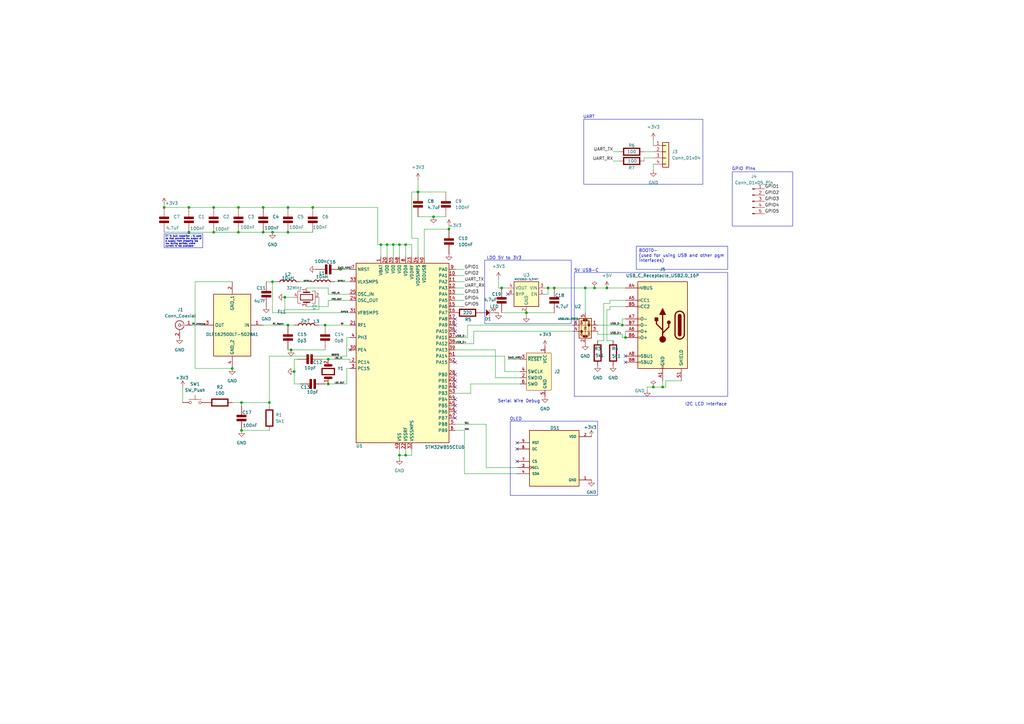
<source format=kicad_sch>
(kicad_sch (version 20231120) (generator "eeschema") (generator_version "8.0")
  (paper "A3")
  (title_block (title "STM32_WB_LCD_I2C") (date "2024-04-02") (rev "0.1") (company "JOHMS_NET"))
  (lib_symbols
    (symbol "AOM12864A0-1.54WW-ANO:AOM12864A0-1.54WW-ANO" (pin_names (offset 1.016))
      (property "Reference" "DS" (at -10.16 10.922 0))
      (property "Value" "AOM12864A0-1.54WW-ANO" (at -10.16 -15.24 0))
      (symbol "AOM12864A0-1.54WW-ANO_0_0"
        (pin power_in line (at 15.24 -10.16 180) (length 5.08) (name "GND") (number "1"))
        (pin power_in line (at 15.24 7.62 180) (length 5.08) (name "VDD") (number "2"))
        (pin input clock (at -15.24 -5.08 0) (length 5.08) (name "SCL") (number "3"))
        (pin bidirectional line (at -15.24 -7.62 0) (length 5.08) (name "SDA") (number "4"))
        (pin input line (at -15.24 5.08 0) (length 5.08) (name "RST") (number "5"))
        (pin input line (at -15.24 2.54 0) (length 5.08) (name "DC") (number "6"))
        (pin input line (at -15.24 -2.54 0) (length 5.08) (name "CS") (number "7"))
      )
    )
    (symbol "Connector:Conn_01x05_Pin" (pin_names (offset 1.016) hide)
      (property "Reference" "J" (at 0 7.62 0))
      (property "Value" "Conn_01x05_Pin" (at 0 -7.62 0))
      (symbol "Conn_01x05_Pin_1_1"
        (pin passive line (at 5.08 5.08 180) (length 3.81) (name "Pin_1") (number "1"))
        (pin passive line (at 5.08 2.54 180) (length 3.81) (name "Pin_2") (number "2"))
        (pin passive line (at 5.08 0 180) (length 3.81) (name "Pin_3") (number "3"))
        (pin passive line (at 5.08 -2.54 180) (length 3.81) (name "Pin_4") (number "4"))
        (pin passive line (at 5.08 -5.08 180) (length 3.81) (name "Pin_5") (number "5"))
      )
    )
    (symbol "Connector:Conn_ARM_SWD_TagConnect_TC2030" (in_bom no)
      (property "Reference" "J" (at 2.54 11.43 0))
      (property "Value" "Conn_ARM_SWD_TagConnect_TC2030" (at 5.08 8.89 0))
      (symbol "Conn_ARM_SWD_TagConnect_TC2030_0_0"
        (pin power_in line (at -2.54 10.16 270) (length 2.54) (name "VCC") (number "1"))
        (pin bidirectional line (at 7.62 -2.54 180) (length 2.54) (name "SWDIO") (number "2"))
        (pin open_collector line (at 7.62 5.08 180) (length 2.54) (name "~{RESET}") (number "3"))
        (pin output line (at 7.62 0 180) (length 2.54) (name "SWCLK") (number "4"))
        (pin power_in line (at -2.54 -10.16 90) (length 2.54) (name "GND") (number "5"))
        (pin input line (at 7.62 -5.08 180) (length 2.54) (name "SWO") (number "6"))
      )
    )
    (symbol "Connector:Conn_Coaxial" (pin_names (offset 1.016) hide)
      (property "Reference" "J" (at 0.254 3.048 0))
      (property "Value" "Conn_Coaxial" (at 2.921 0 90))
      (symbol "Conn_Coaxial_1_1"
        (pin passive line (at -5.08 0 0) (length 2.54) (name "In") (number "1"))
        (pin passive line (at 0 -5.08 90) (length 2.54) (name "Ext") (number "2"))
      )
    )
    (symbol "Connector:USB_C_Receptacle_USB2.0_16P" (pin_names (offset 1.016))
      (property "Reference" "J" (at 0 22.225 0))
      (property "Value" "USB_C_Receptacle_USB2.0_16P" (at 0 19.685 0))
      (symbol "USB_C_Receptacle_USB2.0_16P_1_1"
        (pin passive line (at 0 -22.86 90) (length 5.08) (name "GND") (number "A1"))
        (pin passive line (at 0 -22.86 90) (length 5.08) hide (name "GND") (number "A12"))
        (pin passive line (at 15.24 15.24 180) (length 5.08) (name "VBUS") (number "A4"))
        (pin bidirectional line (at 15.24 10.16 180) (length 5.08) (name "CC1") (number "A5"))
        (pin bidirectional line (at 15.24 -2.54 180) (length 5.08) (name "D+") (number "A6"))
        (pin bidirectional line (at 15.24 2.54 180) (length 5.08) (name "D-") (number "A7"))
        (pin bidirectional line (at 15.24 -12.7 180) (length 5.08) (name "SBU1") (number "A8"))
        (pin passive line (at 15.24 15.24 180) (length 5.08) hide (name "VBUS") (number "A9"))
        (pin passive line (at 0 -22.86 90) (length 5.08) hide (name "GND") (number "B1"))
        (pin passive line (at 0 -22.86 90) (length 5.08) hide (name "GND") (number "B12"))
        (pin passive line (at 15.24 15.24 180) (length 5.08) hide (name "VBUS") (number "B4"))
        (pin bidirectional line (at 15.24 7.62 180) (length 5.08) (name "CC2") (number "B5"))
        (pin bidirectional line (at 15.24 -5.08 180) (length 5.08) (name "D+") (number "B6"))
        (pin bidirectional line (at 15.24 0 180) (length 5.08) (name "D-") (number "B7"))
        (pin bidirectional line (at 15.24 -15.24 180) (length 5.08) (name "SBU2") (number "B8"))
        (pin passive line (at 15.24 15.24 180) (length 5.08) hide (name "VBUS") (number "B9"))
        (pin passive line (at -7.62 -22.86 90) (length 5.08) (name "SHIELD") (number "S1"))
      )
    )
    (symbol "DLF162500LT-5028A1:DLF162500LT-5028A1"
      (property "Reference" "FL" (at 21.59 17.78 0))
      (property "Value" "DLF162500LT-5028A1" (at 21.59 15.24 0))
      (symbol "DLF162500LT-5028A1_1_1"
        (pin passive line (at 0 0 0) (length 5.08) (name "IN") (number "1"))
        (pin passive line (at 12.7 -17.78 90) (length 5.08) (name "GND_1") (number "2"))
        (pin passive line (at 25.4 0 180) (length 5.08) (name "OUT") (number "3"))
        (pin passive line (at 12.7 17.78 270) (length 5.08) (name "GND_2") (number "4"))
      )
    )
    (symbol "Device:Crystal_GND24" (pin_names (offset 1.016) hide)
      (property "Reference" "Y" (at 3.175 5.08 0))
      (property "Value" "Crystal_GND24" (at 3.175 3.175 0))
      (symbol "Crystal_GND24_1_1"
        (pin passive line (at -3.81 0 0) (length 1.27) (name "1") (number "1"))
        (pin passive line (at 0 5.08 270) (length 1.27) (name "2") (number "2"))
        (pin passive line (at 3.81 0 180) (length 1.27) (name "3") (number "3"))
        (pin passive line (at 0 -5.08 90) (length 1.27) (name "4") (number "4"))
      )
    )
    (symbol "MCU_ST_STM32WB:STM32WB55CEUx"
      (property "Reference" "U" (at -17.78 39.37 0))
      (property "Value" "STM32WB55CEUx" (at 12.7 39.37 0))
      (symbol "STM32WB55CEUx_1_1"
        (pin power_in line (at -7.62 40.64 270) (length 2.54) (name "VBAT") (number "1"))
        (pin bidirectional line (at 22.86 33.02 180) (length 2.54) (name "PA1") (number "10"))
        (pin bidirectional line (at 22.86 30.48 180) (length 2.54) (name "PA2") (number "11"))
        (pin bidirectional line (at 22.86 27.94 180) (length 2.54) (name "PA3") (number "12"))
        (pin bidirectional line (at 22.86 25.4 180) (length 2.54) (name "PA4") (number "13"))
        (pin bidirectional line (at 22.86 22.86 180) (length 2.54) (name "PA5") (number "14"))
        (pin bidirectional line (at 22.86 20.32 180) (length 2.54) (name "PA6") (number "15"))
        (pin bidirectional line (at 22.86 17.78 180) (length 2.54) (name "PA7") (number "16"))
        (pin bidirectional line (at 22.86 15.24 180) (length 2.54) (name "PA8") (number "17"))
        (pin bidirectional line (at 22.86 12.7 180) (length 2.54) (name "PA9") (number "18"))
        (pin bidirectional line (at 22.86 -12.7 180) (length 2.54) (name "PB2") (number "19"))
        (pin bidirectional line (at -20.32 -2.54 0) (length 2.54) (name "PC14") (number "2"))
        (pin power_in line (at -5.08 40.64 270) (length 2.54) (name "VDD") (number "20"))
        (pin bidirectional line (at -20.32 12.7 0) (length 2.54) (name "RF1") (number "21"))
        (pin power_in line (at 2.54 -38.1 90) (length 2.54) (name "VSSRF") (number "22"))
        (pin power_in line (at 5.08 40.64 270) (length 2.54) (name "VDDRF") (number "23"))
        (pin input line (at -20.32 22.86 0) (length 2.54) (name "OSC_OUT") (number "24"))
        (pin input line (at -20.32 25.4 0) (length 2.54) (name "OSC_IN") (number "25"))
        (pin no_connect line (at -17.78 -35.56 0) (length 2.54) hide (name "AT0") (number "26"))
        (pin no_connect line (at -17.78 -33.02 0) (length 2.54) hide (name "AT1") (number "27"))
        (pin bidirectional line (at 22.86 -7.62 180) (length 2.54) (name "PB0") (number "28"))
        (pin bidirectional line (at 22.86 -10.16 180) (length 2.54) (name "PB1") (number "29"))
        (pin bidirectional line (at -20.32 -5.08 0) (length 2.54) (name "PC15") (number "3"))
        (pin bidirectional line (at -20.32 2.54 0) (length 2.54) (name "PE4") (number "30"))
        (pin input line (at -20.32 17.78 0) (length 2.54) (name "VFBSMPS") (number "31"))
        (pin power_in line (at 5.08 -38.1 90) (length 2.54) (name "VSSSMPS") (number "32"))
        (pin power_in line (at -20.32 30.48 0) (length 2.54) (name "VLXSMPS") (number "33"))
        (pin power_in line (at 7.62 40.64 270) (length 2.54) (name "VDDSMPS") (number "34"))
        (pin power_in line (at -2.54 40.64 270) (length 2.54) (name "VDD") (number "35"))
        (pin bidirectional line (at 22.86 10.16 180) (length 2.54) (name "PA10") (number "36"))
        (pin bidirectional line (at 22.86 7.62 180) (length 2.54) (name "PA11") (number "37"))
        (pin bidirectional line (at 22.86 5.08 180) (length 2.54) (name "PA12") (number "38"))
        (pin bidirectional line (at 22.86 2.54 180) (length 2.54) (name "PA13") (number "39"))
        (pin bidirectional line (at -20.32 7.62 0) (length 2.54) (name "PH3") (number "4"))
        (pin power_in line (at 10.16 40.64 270) (length 2.54) (name "VDDUSB") (number "40"))
        (pin bidirectional line (at 22.86 0 180) (length 2.54) (name "PA14") (number "41"))
        (pin bidirectional line (at 22.86 -2.54 180) (length 2.54) (name "PA15") (number "42"))
        (pin bidirectional line (at 22.86 -15.24 180) (length 2.54) (name "PB3") (number "43"))
        (pin bidirectional line (at 22.86 -17.78 180) (length 2.54) (name "PB4") (number "44"))
        (pin bidirectional line (at 22.86 -20.32 180) (length 2.54) (name "PB5") (number "45"))
        (pin bidirectional line (at 22.86 -22.86 180) (length 2.54) (name "PB6") (number "46"))
        (pin bidirectional line (at 22.86 -25.4 180) (length 2.54) (name "PB7") (number "47"))
        (pin power_in line (at 0 40.64 270) (length 2.54) (name "VDD") (number "48"))
        (pin power_in line (at 0 -38.1 90) (length 2.54) (name "VSS") (number "49"))
        (pin bidirectional line (at 22.86 -27.94 180) (length 2.54) (name "PB8") (number "5"))
        (pin bidirectional line (at 22.86 -30.48 180) (length 2.54) (name "PB9") (number "6"))
        (pin input line (at -20.32 35.56 0) (length 2.54) (name "NRST") (number "7"))
        (pin power_in line (at 2.54 40.64 270) (length 2.54) (name "VDDA") (number "8"))
        (pin bidirectional line (at 22.86 35.56 180) (length 2.54) (name "PA0") (number "9"))
      )
    )
    (symbol "PCM_4ms_Connector:Conn_01x04" (pin_names (offset 1.016) hide)
      (property "Reference" "J" (at 0 5.08 0))
      (property "Value" "Conn_01x04" (at 0 -7.62 0))
      (symbol "Conn_01x04_1_1"
        (pin passive line (at -5.08 2.54 0) (length 3.81) (name "Pin_1") (number "1"))
        (pin passive line (at -5.08 0 0) (length 3.81) (name "Pin_2") (number "2"))
        (pin passive line (at -5.08 -2.54 0) (length 3.81) (name "Pin_3") (number "3"))
        (pin passive line (at -5.08 -5.08 0) (length 3.81) (name "Pin_4") (number "4"))
      )
    )
    (symbol "PCM_4ms_Power-symbol:PWR_FLAG" (power) (pin_numbers hide) (pin_names (offset 0) hide)
      (property "Value" "PWR_FLAG" (at 0 3.81 0))
      (symbol "PWR_FLAG_0_0"
        (pin power_out line (at 0 0 90) (length 0) (name "pwr") (number "1"))
      )
    )
    (symbol "PCM_Elektuur:C" (pin_numbers hide) (pin_names (offset 0) hide)
      (property "Reference" "C" (at 0.635 3.175 0))
      (property "Value" "C" (at 0.635 -3.175 0))
      (symbol "C_1_1"
        (pin passive line (at 0 5.08 270) (length 3.8862) (name "+") (number "1"))
        (pin passive line (at 0 -5.08 90) (length 3.8862) (name "-") (number "2"))
      )
      (symbol "C_1_2"
        (pin passive line (at 0 5.08 270) (length 3.5814) (name "+") (number "1"))
        (pin passive line (at 0 -5.08 90) (length 3.5814) (name "-") (number "2"))
      )
    )
    (symbol "PCM_Elektuur:L" (pin_numbers hide) (pin_names (offset 0) hide)
      (property "Reference" "L" (at 2.54 3.175 0))
      (property "Value" "L" (at 2.54 -3.175 0))
      (symbol "L_1_0"
        (pin passive line (at 0 5.08 270) (length 1.5748) (name "+") (number "1"))
        (pin passive line (at 0 -5.08 90) (length 1.5748) (name "-") (number "2"))
      )
    )
    (symbol "PCM_Elektuur:R" (pin_numbers hide) (pin_names (offset 0) hide)
      (property "Reference" "R" (at 2.54 3.175 0))
      (property "Value" "R" (at 0 0 90))
      (symbol "R_1_1"
        (pin passive line (at 0 5.08 270) (length 1.651) (name "+") (number "1"))
        (pin passive line (at 0 -5.08 90) (length 1.651) (name "-") (number "2"))
      )
      (symbol "R_1_2"
        (pin passive line (at 0 5.08 270) (length 1.651) (name "+") (number "1"))
        (pin passive line (at 0 -5.08 90) (length 1.651) (name "-") (number "2"))
      )
      (symbol "R_1_3"
        (pin passive line (at 0 5.08 270) (length 1.6002) (name "+") (number "1"))
        (pin passive line (at 0 -5.08 90) (length 1.6002) (name "-") (number "2"))
      )
      (symbol "R_1_4"
        (pin passive line (at 0 5.08 270) (length 0.5334) (name "+") (number "1"))
        (pin passive line (at 0 -5.08 90) (length 0.5334) (name "-") (number "2"))
      )
    )
    (symbol "PCM_SL_Devices:Crystal_32.768kHz"
      (property "Reference" "Y" (at 0 7.62 0))
      (property "Value" "Crystal_32.768kHz" (at 0 5.08 0))
      (symbol "Crystal_32.768kHz_1_1"
        (pin passive line (at -5.08 0 0) (length 2.54) (name "") (number "1"))
        (pin passive line (at 5.08 0 180) (length 2.54) (name "") (number "2"))
      )
    )
    (symbol "PCM_SL_Devices:LED"
      (property "Reference" "D" (at -0.508 5.334 0))
      (property "Value" "LED" (at -0.508 2.794 0))
      (symbol "LED_1_1"
        (pin passive line (at 3.81 0 180) (length 1.5) (name "~") (number "1"))
        (pin passive line (at -3.81 0 0) (length 1.5) (name "") (number "2"))
      )
    )
    (symbol "Power_Protection:USBLC6-2SC6" (pin_names hide)
      (property "Reference" "U" (at 0.635 5.715 0))
      (property "Value" "USBLC6-2SC6" (at 0.635 3.81 0))
      (symbol "USBLC6-2SC6_1_1"
        (pin passive line (at -5.08 0 0) (length 2.54) (name "I/O1") (number "1"))
        (pin passive line (at 0 -7.62 90) (length 2.54) (name "GND") (number "2"))
        (pin passive line (at -5.08 -2.54 0) (length 2.54) (name "I/O2") (number "3"))
        (pin passive line (at 5.08 -2.54 180) (length 2.54) (name "I/O2") (number "4"))
        (pin passive line (at 0 5.08 270) (length 2.54) (name "VBUS") (number "5"))
        (pin passive line (at 5.08 0 180) (length 2.54) (name "I/O1") (number "6"))
      )
    )
    (symbol "Regulator_Linear:MIC5353-3.3YMT"
      (property "Reference" "U" (at -3.81 6.35 0))
      (property "Value" "MIC5353-3.3YMT" (at 8.89 6.35 0))
      (symbol "MIC5353-3.3YMT_0_1"
        (pin input line (at -7.62 0 0) (length 2.54) (name "EN") (number "1"))
        (pin power_in line (at 0 -7.62 90) (length 2.54) (name "GND") (number "2"))
        (pin power_in line (at -7.62 2.54 0) (length 2.54) (name "VIN") (number "3"))
        (pin power_out line (at 7.62 2.54 180) (length 2.54) (name "VOUT") (number "4"))
        (pin no_connect line (at 5.08 -2.54 180) (length 2.54) hide (name "NC") (number "5"))
        (pin passive line (at 7.62 0 180) (length 2.54) (name "BYP") (number "6"))
        (pin passive line (at 0 -7.62 90) (length 2.54) hide (name "GND") (number "7"))
      )
    )
    (symbol "Switch:SW_Push" (pin_numbers hide) (pin_names (offset 1.016) hide)
      (property "Reference" "SW" (at 1.27 2.54 0))
      (property "Value" "SW_Push" (at 0 -1.524 0))
      (symbol "SW_Push_0_1"
        (pin passive line (at -5.08 0 0) (length 2.54) (name "1") (number "1"))
        (pin passive line (at 5.08 0 180) (length 2.54) (name "2") (number "2"))
      )
    )
    (symbol "power:+3V3" (power) (pin_numbers hide) (pin_names (offset 0) hide)
      (property "Value" "+3V3" (at 0 3.556 0))
      (symbol "+3V3_1_1"
        (pin power_in line (at 0 0 90) (length 0) (name "~") (number "1"))
      )
    )
    (symbol "power:+5V" (power) (pin_numbers hide) (pin_names (offset 0) hide)
      (property "Value" "+5V" (at 0 3.556 0))
      (symbol "+5V_1_1"
        (pin power_in line (at 0 0 90) (length 0) (name "~") (number "1"))
      )
    )
    (symbol "power:GND" (power) (pin_numbers hide) (pin_names (offset 0) hide)
      (property "Value" "GND" (at 0 -3.81 0))
      (symbol "GND_1_1"
        (pin power_in line (at 0 0 270) (length 0) (name "~") (number "1"))
      )
    )
  )
  (junction (at 163.83 100.33))
  (junction (at 184.15 93.98))
  (junction (at 227.33 118.11))
  (junction (at 161.29 100.33))
  (junction (at 267.97 158.75))
  (junction (at 128.27 85.09))
  (junction (at 271.78 158.75))
  (junction (at 205.74 118.11))
  (junction (at 134.62 157.48))
  (junction (at 95.25 151.13))
  (junction (at 67.31 85.09))
  (junction (at 77.47 85.09))
  (junction (at 87.63 85.09))
  (junction (at 107.95 85.09))
  (junction (at 99.06 165.1))
  (junction (at 163.83 186.69))
  (junction (at 110.49 165.1))
  (junction (at 77.47 95.25))
  (junction (at 248.92 118.11))
  (junction (at 177.8 88.9))
  (junction (at 171.45 78.74))
  (junction (at 156.21 100.33))
  (junction (at 99.06 176.53))
  (junction (at 166.37 186.69))
  (junction (at 139.7 110.49))
  (junction (at 240.03 118.11))
  (junction (at 118.11 133.35))
  (junction (at 158.75 100.33))
  (junction (at 255.27 133.35))
  (junction (at 118.11 95.25))
  (junction (at 111.76 95.25))
  (junction (at 243.84 118.11))
  (junction (at 116.84 121.92))
  (junction (at 97.79 95.25))
  (junction (at 215.9 128.27))
  (junction (at 120.65 152.4))
  (junction (at 224.79 118.11))
  (junction (at 256.54 138.43))
  (junction (at 107.95 95.25))
  (junction (at 134.62 147.32))
  (junction (at 133.35 133.35))
  (junction (at 119.38 143.51))
  (junction (at 118.11 85.09))
  (junction (at 87.63 95.25))
  (junction (at 166.37 100.33))
  (junction (at 97.79 85.09))
  (junction (at 111.76 115.57))
  (no_connect (at 186.69 158.75))
  (no_connect (at 212.09 184.15))
  (no_connect (at 186.69 166.37))
  (no_connect (at 256.54 148.59))
  (no_connect (at 186.69 153.67))
  (no_connect (at 186.69 163.83))
  (no_connect (at 186.69 156.21))
  (no_connect (at 186.69 135.89))
  (no_connect (at 186.69 148.59))
  (no_connect (at 212.09 189.23))
  (no_connect (at 186.69 130.81))
  (no_connect (at 212.09 181.61))
  (no_connect (at 186.69 171.45))
  (no_connect (at 256.54 146.05))
  (no_connect (at 143.51 143.51))
  (no_connect (at 208.28 120.65))
  (no_connect (at 186.69 168.91))
  (no_connect (at 186.69 133.35))
  (wire (pts (xy 250.19 124.46) (xy 247.65 124.46)))
  (wire (pts (xy 224.79 120.65) (xy 224.79 118.11)))
  (wire (pts (xy 166.37 186.69) (xy 163.83 186.69)))
  (wire (pts (xy 118.11 95.25) (xy 128.27 95.25)))
  (wire (pts (xy 163.83 186.69) (xy 163.83 187.96)))
  (wire (pts (xy 161.29 100.33) (xy 158.75 100.33)))
  (wire (pts (xy 186.69 138.43) (xy 191.77 138.43)))
  (wire (pts (xy 273.05 156.21) (xy 273.05 158.75)))
  (wire (pts (xy 163.83 184.15) (xy 163.83 186.69)))
  (wire (pts (xy 161.29 100.33) (xy 161.29 105.41)))
  (wire (pts (xy 255.27 130.81) (xy 255.27 133.35)))
  (wire (pts (xy 186.69 146.05) (xy 207.01 146.05)))
  (wire (pts (xy 77.47 85.09) (xy 87.63 85.09)))
  (wire (pts (xy 158.75 100.33) (xy 156.21 100.33)))
  (wire (pts (xy 186.69 123.19) (xy 190.5 123.19)))
  (wire (pts (xy 134.62 147.32) (xy 143.51 147.32)))
  (wire (pts (xy 168.91 97.79) (xy 168.91 78.74)))
  (wire (pts (xy 177.8 88.9) (xy 182.88 88.9)))
  (wire (pts (xy 171.45 73.66) (xy 171.45 78.74)))
  (wire (pts (xy 154.94 85.09) (xy 128.27 85.09)))
  (wire (pts (xy 264.16 62.23) (xy 267.97 62.23)))
  (wire (pts (xy 134.62 125.73) (xy 125.73 125.73)))
  (wire (pts (xy 205.74 128.27) (xy 215.9 128.27)))
  (wire (pts (xy 240.03 118.11) (xy 243.84 118.11)))
  (wire (pts (xy 95.25 165.1) (xy 99.06 165.1)))
  (wire (pts (xy 78.74 133.35) (xy 82.55 133.35)))
  (wire (pts (xy 251.46 66.04) (xy 254 66.04)))
  (wire (pts (xy 118.11 133.35) (xy 120.65 133.35)))
  (wire (pts (xy 116.84 121.92) (xy 120.65 121.92)))
  (wire (pts (xy 191.77 138.43) (xy 191.77 133.35)))
  (wire (pts (xy 123.19 115.57) (xy 127 115.57)))
  (wire (pts (xy 245.11 139.7) (xy 247.65 139.7)))
  (wire (pts (xy 143.51 147.32) (xy 143.51 148.59)))
  (wire (pts (xy 223.52 118.11) (xy 224.79 118.11)))
  (wire (pts (xy 130.81 127) (xy 116.84 127)))
  (wire (pts (xy 194.31 135.89) (xy 194.31 140.97)))
  (wire (pts (xy 265.43 158.75) (xy 265.43 160.02)))
  (wire (pts (xy 186.69 125.73) (xy 190.5 125.73)))
  (wire (pts (xy 207.01 146.05) (xy 207.01 152.4)))
  (wire (pts (xy 163.83 100.33) (xy 163.83 105.41)))
  (wire (pts (xy 240.03 118.11) (xy 240.03 128.27)))
  (wire (pts (xy 130.81 121.92) (xy 130.81 127)))
  (wire (pts (xy 139.7 110.49) (xy 143.51 110.49)))
  (wire (pts (xy 168.91 100.33) (xy 166.37 100.33)))
  (wire (pts (xy 67.31 83.82) (xy 67.31 85.09)))
  (wire (pts (xy 264.16 64.77) (xy 267.97 64.77)))
  (wire (pts (xy 256.54 125.73) (xy 250.19 125.73)))
  (wire (pts (xy 99.06 165.1) (xy 99.06 166.37)))
  (wire (pts (xy 256.54 130.81) (xy 255.27 130.81)))
  (wire (pts (xy 250.19 123.19) (xy 250.19 124.46)))
  (wire (pts (xy 224.79 118.11) (xy 227.33 118.11)))
  (wire (pts (xy 107.95 85.09) (xy 118.11 85.09)))
  (wire (pts (xy 111.76 115.57) (xy 113.03 115.57)))
  (wire (pts (xy 251.46 139.7) (xy 248.92 139.7)))
  (wire (pts (xy 190.5 194.31) (xy 190.5 176.53)))
  (wire (pts (xy 168.91 186.69) (xy 166.37 186.69)))
  (wire (pts (xy 154.94 100.33) (xy 156.21 100.33)))
  (wire (pts (xy 171.45 105.41) (xy 171.45 97.79)))
  (wire (pts (xy 95.25 115.57) (xy 80.01 115.57)))
  (wire (pts (xy 245.11 135.89) (xy 245.11 137.16)))
  (wire (pts (xy 256.54 123.19) (xy 250.19 123.19)))
  (wire (pts (xy 213.36 157.48) (xy 193.04 157.48)))
  (wire (pts (xy 158.75 100.33) (xy 158.75 105.41)))
  (wire (pts (xy 264.16 64.77) (xy 264.16 66.04)))
  (wire (pts (xy 215.9 128.27) (xy 227.33 128.27)))
  (wire (pts (xy 186.69 143.51) (xy 203.2 143.51)))
  (wire (pts (xy 87.63 85.09) (xy 97.79 85.09)))
  (wire (pts (xy 121.92 147.32) (xy 120.65 147.32)))
  (wire (pts (xy 107.95 95.25) (xy 111.76 95.25)))
  (wire (pts (xy 243.84 118.11) (xy 248.92 118.11)))
  (wire (pts (xy 215.9 129.54) (xy 215.9 128.27)))
  (wire (pts (xy 110.49 165.1) (xy 99.06 165.1)))
  (wire (pts (xy 245.11 133.35) (xy 255.27 133.35)))
  (wire (pts (xy 138.43 110.49) (xy 139.7 110.49)))
  (wire (pts (xy 137.16 115.57) (xy 143.51 115.57)))
  (wire (pts (xy 110.49 146.05) (xy 110.49 165.1)))
  (wire (pts (xy 203.2 154.94) (xy 203.2 143.51)))
  (wire (pts (xy 77.47 95.25) (xy 87.63 95.25)))
  (wire (pts (xy 74.93 158.75) (xy 74.93 165.1)))
  (wire (pts (xy 142.24 151.13) (xy 142.24 157.48)))
  (wire (pts (xy 204.47 114.3) (xy 204.47 118.11)))
  (wire (pts (xy 120.65 147.32) (xy 120.65 152.4)))
  (wire (pts (xy 163.83 100.33) (xy 161.29 100.33)))
  (wire (pts (xy 171.45 97.79) (xy 168.91 97.79)))
  (wire (pts (xy 134.62 118.11) (xy 125.73 118.11)))
  (wire (pts (xy 205.74 118.11) (xy 208.28 118.11)))
  (wire (pts (xy 213.36 154.94) (xy 203.2 154.94)))
  (wire (pts (xy 142.24 138.43) (xy 143.51 138.43)))
  (wire (pts (xy 166.37 100.33) (xy 166.37 105.41)))
  (wire (pts (xy 134.62 147.32) (xy 132.08 147.32)))
  (wire (pts (xy 267.97 57.15) (xy 267.97 59.69)))
  (wire (pts (xy 227.33 118.11) (xy 240.03 118.11)))
  (wire (pts (xy 248.92 118.11) (xy 256.54 118.11)))
  (wire (pts (xy 248.92 127) (xy 250.19 127)))
  (wire (pts (xy 207.01 152.4) (xy 213.36 152.4)))
  (wire (pts (xy 134.62 123.19) (xy 134.62 125.73)))
  (wire (pts (xy 80.01 115.57) (xy 80.01 151.13)))
  (wire (pts (xy 168.91 105.41) (xy 168.91 100.33)))
  (wire (pts (xy 120.65 157.48) (xy 123.19 157.48)))
  (wire (pts (xy 166.37 100.33) (xy 163.83 100.33)))
  (wire (pts (xy 248.92 139.7) (xy 248.92 127)))
  (wire (pts (xy 186.69 140.97) (xy 194.31 140.97)))
  (wire (pts (xy 184.15 92.71) (xy 184.15 93.98)))
  (wire (pts (xy 223.52 120.65) (xy 224.79 120.65)))
  (wire (pts (xy 143.51 120.65) (xy 134.62 120.65)))
  (wire (pts (xy 171.45 88.9) (xy 177.8 88.9)))
  (wire (pts (xy 186.69 161.29) (xy 193.04 161.29)))
  (wire (pts (xy 171.45 78.74) (xy 182.88 78.74)))
  (wire (pts (xy 186.69 118.11) (xy 190.5 118.11)))
  (wire (pts (xy 168.91 184.15) (xy 168.91 186.69)))
  (wire (pts (xy 271.78 158.75) (xy 267.97 158.75)))
  (wire (pts (xy 267.97 158.75) (xy 265.43 158.75)))
  (wire (pts (xy 109.22 115.57) (xy 111.76 115.57)))
  (wire (pts (xy 154.94 85.09) (xy 154.94 100.33)))
  (wire (pts (xy 116.84 127) (xy 116.84 121.92)))
  (wire (pts (xy 97.79 85.09) (xy 107.95 85.09)))
  (wire (pts (xy 204.47 118.11) (xy 205.74 118.11)))
  (wire (pts (xy 143.51 123.19) (xy 134.62 123.19)))
  (wire (pts (xy 133.35 133.35) (xy 143.51 133.35)))
  (wire (pts (xy 186.69 173.99) (xy 199.39 173.99)))
  (wire (pts (xy 118.11 143.51) (xy 119.38 143.51)))
  (wire (pts (xy 168.91 78.74) (xy 171.45 78.74)))
  (wire (pts (xy 99.06 176.53) (xy 110.49 176.53)))
  (wire (pts (xy 111.76 128.27) (xy 111.76 115.57)))
  (wire (pts (xy 186.69 113.03) (xy 190.5 113.03)))
  (wire (pts (xy 186.69 115.57) (xy 190.5 115.57)))
  (wire (pts (xy 251.46 62.23) (xy 254 62.23)))
  (wire (pts (xy 67.31 85.09) (xy 77.47 85.09)))
  (wire (pts (xy 271.78 156.21) (xy 271.78 158.75)))
  (wire (pts (xy 256.54 135.89) (xy 256.54 138.43)))
  (wire (pts (xy 166.37 184.15) (xy 166.37 186.69)))
  (wire (pts (xy 250.19 125.73) (xy 250.19 127)))
  (wire (pts (xy 208.28 147.32) (xy 213.36 147.32)))
  (wire (pts (xy 255.27 137.16) (xy 255.27 138.43)))
  (wire (pts (xy 199.39 191.77) (xy 199.39 173.99)))
  (wire (pts (xy 111.76 95.25) (xy 118.11 95.25)))
  (wire (pts (xy 255.27 138.43) (xy 256.54 138.43)))
  (wire (pts (xy 130.81 133.35) (xy 133.35 133.35)))
  (wire (pts (xy 110.49 146.05) (xy 142.24 146.05)))
  (wire (pts (xy 142.24 157.48) (xy 134.62 157.48)))
  (wire (pts (xy 110.49 165.1) (xy 110.49 166.37)))
  (wire (pts (xy 67.31 95.25) (xy 77.47 95.25)))
  (wire (pts (xy 279.4 156.21) (xy 273.05 156.21)))
  (wire (pts (xy 173.99 93.98) (xy 173.99 105.41)))
  (wire (pts (xy 234.95 135.89) (xy 194.31 135.89)))
  (wire (pts (xy 186.69 176.53) (xy 190.5 176.53)))
  (wire (pts (xy 142.24 151.13) (xy 143.51 151.13)))
  (wire (pts (xy 186.69 110.49) (xy 190.5 110.49)))
  (wire (pts (xy 212.09 191.77) (xy 199.39 191.77)))
  (wire (pts (xy 212.09 194.31) (xy 190.5 194.31)))
  (wire (pts (xy 107.95 133.35) (xy 118.11 133.35)))
  (wire (pts (xy 143.51 128.27) (xy 111.76 128.27)))
  (wire (pts (xy 173.99 93.98) (xy 184.15 93.98)))
  (wire (pts (xy 191.77 133.35) (xy 234.95 133.35)))
  (wire (pts (xy 186.69 120.65) (xy 190.5 120.65)))
  (wire (pts (xy 80.01 151.13) (xy 95.25 151.13)))
  (wire (pts (xy 134.62 120.65) (xy 134.62 118.11)))
  (wire (pts (xy 273.05 158.75) (xy 271.78 158.75)))
  (wire (pts (xy 193.04 157.48) (xy 193.04 161.29)))
  (wire (pts (xy 97.79 95.25) (xy 107.95 95.25)))
  (wire (pts (xy 267.97 67.31) (xy 267.97 69.85)))
  (wire (pts (xy 118.11 85.09) (xy 128.27 85.09)))
  (wire (pts (xy 120.65 152.4) (xy 120.65 157.48)))
  (wire (pts (xy 87.63 95.25) (xy 97.79 95.25)))
  (wire (pts (xy 256.54 133.35) (xy 255.27 133.35)))
  (wire (pts (xy 142.24 138.43) (xy 142.24 146.05)))
  (wire (pts (xy 245.11 137.16) (xy 255.27 137.16)))
  (wire (pts (xy 247.65 139.7) (xy 247.65 124.46)))
  (wire (pts (xy 119.38 143.51) (xy 133.35 143.51)))
  (wire (pts (xy 134.62 157.48) (xy 133.35 157.48)))
  (wire (pts (xy 156.21 100.33) (xy 156.21 105.41)))
  (rectangle (start 209.296 172.72) (end 245.11 203.2))
  (rectangle (start 300.355 70.485) (end 325.12 92.71))
  (rectangle (start 239.395 48.895) (end 288.29 75.565))
  (rectangle (start 235.585 111.76) (end 298.45 162.56))
  (rectangle (start 198.755 106.68) (end 234.315 132.715))
  (text_box "C7 is bulk capacitor . is used so that prevents the output of a supply from dropping too low during periods where current is not available" (at 67.31 95.885 0) (size 15.875 5.715) (effects (font (size 0.635 0.635)) (justify left top)))
  (text_box "BOOT0-\n(used for using USB and other pgm interfaces)" (at 260.985 100.965 0) (size 37.465 9.525) (effects (font (size 1.27 1.27)) (justify left top)))
  (text "LDO 5V to 3V3\n" (at 206.756 105.918 0) (effects (font (size 1.27 1.27))))
  (text "5V USB-C\n" (at 240.538 110.998 0) (effects (font (size 1.27 1.27))))
  (text "OLED\n" (at 211.582 171.958 0) (effects (font (size 1.27 1.27))))
  (text "I2C LCD Interface\n" (at 289.56 165.862 0) (effects (font (size 1.27 1.27))))
  (text "GPIO Pins\n" (at 305.054 69.342 0) (effects (font (size 1.27 1.27))))
  (text "Serial Wire Debug\n" (at 212.852 164.592 0) (effects (font (size 1.27 1.27))))
  (text "UART\n" (at 241.554 48.006 0) (effects (font (size 1.27 1.27))))
  (label "HSE_OUT" (at 135.89 123.19 0) (effects (font (size 0.635 0.635))))
  (label "GPIO5" (at 190.5 125.73 0))
  (label "SCL" (at 190.5 173.99 0) (effects (font (size 0.635 0.635))))
  (label "GPIO2" (at 190.5 113.03 0))
  (label "SDA" (at 190.5 176.53 0) (effects (font (size 0.635 0.635))))
  (label "UART_TX" (at 190.5 115.57 0))
  (label "LSE_IN" (at 137.16 147.32 0) (effects (font (size 0.635 0.635))))
  (label "UART_RX" (at 190.5 118.11 0))
  (label "USB_D-" (at 186.69 138.43 0) (effects (font (size 0.762 0.762))))
  (label "GPIO4" (at 190.5 123.19 0))
  (label "SMPSLXL" (at 124.46 115.57 0) (effects (font (size 0.508 0.508))))
  (label "SMPSLX" (at 138.43 115.57 0) (effects (font (size 0.508 0.508))))
  (label "GPIO2" (at 313.69 80.01 0))
  (label "USB_D-" (at 250.19 133.35 0) (effects (font (size 0.762 0.762))))
  (label "SWD_NRST" (at 138.43 110.49 0) (effects (font (size 0.762 0.762))))
  (label "BOOT0" (at 135.89 146.05 0) (effects (font (size 0.635 0.635))))
  (label "RF_Match" (at 111.76 133.35 0) (effects (font (size 0.635 0.635))))
  (label "GPIO3" (at 313.69 82.55 0))
  (label "GPIO1" (at 313.69 77.47 0))
  (label "USB_D+" (at 250.19 137.16 0) (effects (font (size 0.762 0.762))))
  (label "HSE_IN" (at 135.89 120.65 0) (effects (font (size 0.635 0.635))))
  (label "GPIO3" (at 190.5 120.65 0))
  (label "RF_Antenna" (at 78.74 133.35 0) (effects (font (size 0.635 0.635))))
  (label "SWD_NRST" (at 208.28 147.32 0) (effects (font (size 0.762 0.762))))
  (label "UART_RX" (at 251.46 66.04 180))
  (label "RF" (at 139.7 133.35 0) (effects (font (size 0.635 0.635))))
  (label "USB_D+" (at 186.69 140.97 0) (effects (font (size 0.762 0.762))))
  (label "LSE_OUT" (at 137.16 157.48 0) (effects (font (size 0.635 0.635))))
  (label "GPIO5" (at 313.69 87.63 0))
  (label "GPIO1" (at 190.5 110.49 0))
  (label "SMPSFB" (at 139.7 128.27 0) (effects (font (size 0.508 0.508))))
  (label "UART_TX" (at 251.46 62.23 180))
  (label "GPIO4" (at 313.69 85.09 0))
  (symbol (lib_id "PCM_Elektuur:C") (at 97.79 90.17 0) (unit 1)
    (property "Reference" "C3" (at 101.6 88.8999 0) (effects (justify left)))
    (property "Value" "100nF" (at 98.552 93.218 0) (effects (justify left)))
    (property "Footprint" "Capacitor_SMD:C_0402_1005Metric" (effects (hide yes)))
    (property "Description" "capacitor, non-polarized/bipolar" (effects (hide yes)))
    (property "Indicator" "+" (effects (hide yes)))
    (property "Rating" "V" (effects (hide yes)))
  )
  (symbol (lib_id "PCM_Elektuur:R") (at 90.17 165.1 90) (unit 1)
    (property "Reference" "R2" (at 90.17 158.75 90))
    (property "Value" "100" (at 90.17 161.29 90))
    (property "Footprint" "Resistor_SMD:R_0402_1005Metric" (effects (hide yes)))
    (property "Description" "resistor" (effects (hide yes)))
    (property "Indicator" "+" (effects (hide yes)))
    (property "Rating" "W" (effects (hide yes)))
  )
  (symbol (lib_id "power:GND") (at 95.25 151.13 0) (unit 1)
    (property "Reference" "#PWR012" (effects (hide yes)))
    (property "Value" "GND" (at 95.25 156.21 0))
    (property "Description" "Power symbol creates a global label with name \"GND\" , ground" (effects (hide yes)))
  )
  (symbol (lib_id "PCM_Elektuur:C") (at 118.11 90.17 0) (unit 1)
    (property "Reference" "C5" (at 121.92 88.8999 0) (effects (justify left)))
    (property "Value" "100nF" (at 118.618 93.218 0) (effects (justify left)))
    (property "Footprint" "Capacitor_SMD:C_0402_1005Metric" (effects (hide yes)))
    (property "Description" "capacitor, non-polarized/bipolar" (effects (hide yes)))
    (property "Indicator" "+" (effects (hide yes)))
    (property "Rating" "V" (effects (hide yes)))
  )
  (symbol (lib_id "PCM_Elektuur:R") (at 110.49 171.45 0) (unit 1)
    (property "Reference" "R1" (at 113.03 170.1799 0) (effects (justify left)))
    (property "Value" "5k1" (at 113.03 172.7199 0) (effects (justify left)))
    (property "Footprint" "Resistor_SMD:R_0402_1005Metric" (effects (hide yes)))
    (property "Description" "resistor" (effects (hide yes)))
    (property "Indicator" "+" (effects (hide yes)))
    (property "Rating" "W" (effects (hide yes)))
  )
  (symbol (lib_id "power:GND") (at 215.9 129.54 0) (unit 1)
    (property "Reference" "#PWR024" (effects (hide yes)))
    (property "Value" "GND" (effects (hide yes)))
    (property "Description" "Power symbol creates a global label with name \"GND\" , ground" (effects (hide yes)))
  )
  (symbol (lib_id "power:GND") (at 120.65 152.4 270) (unit 1)
    (property "Reference" "#PWR09" (effects (hide yes)))
    (property "Value" "GND" (effects (hide yes)))
    (property "Description" "Power symbol creates a global label with name \"GND\" , ground" (effects (hide yes)))
  )
  (symbol (lib_id "power:GND") (at 245.11 149.86 0) (unit 1)
    (property "Reference" "#PWR020" (effects (hide yes)))
    (property "Value" "GND" (at 245.11 154.94 0))
    (property "Description" "Power symbol creates a global label with name \"GND\" , ground" (effects (hide yes)))
  )
  (symbol (lib_id "PCM_Elektuur:C") (at 171.45 83.82 0) (unit 1)
    (property "Reference" "C8" (at 175.26 82.5499 0) (effects (justify left)))
    (property "Value" "4.7uF" (at 175.26 85.0899 0) (effects (justify left)))
    (property "Footprint" "Capacitor_SMD:C_0603_1608Metric" (effects (hide yes)))
    (property "Description" "capacitor, non-polarized/bipolar" (effects (hide yes)))
    (property "Indicator" "+" (effects (hide yes)))
    (property "Rating" "V" (effects (hide yes)))
  )
  (symbol (lib_id "PCM_Elektuur:C") (at 77.47 90.17 0) (unit 1)
    (property "Reference" "C1" (at 81.28 88.8999 0) (effects (justify left)))
    (property "Value" "100nF" (at 77.978 93.726 0) (effects (justify left)))
    (property "Footprint" "Capacitor_SMD:C_0402_1005Metric" (effects (hide yes)))
    (property "Description" "capacitor, non-polarized/bipolar" (effects (hide yes)))
    (property "Indicator" "+" (effects (hide yes)))
    (property "Rating" "V" (effects (hide yes)))
  )
  (symbol (lib_id "power:GND") (at 204.47 128.27 0) (unit 1)
    (property "Reference" "#PWR026" (effects (hide yes)))
    (property "Value" "GND" (effects (hide yes)))
    (property "Description" "Power symbol creates a global label with name \"GND\" , ground" (effects (hide yes)))
  )
  (symbol (lib_id "power:GND") (at 116.84 121.92 270) (unit 1)
    (property "Reference" "#PWR010" (effects (hide yes)))
    (property "Value" "GND" (effects (hide yes)))
    (property "Description" "Power symbol creates a global label with name \"GND\" , ground" (effects (hide yes)))
  )
  (symbol (lib_id "PCM_Elektuur:L") (at 118.11 115.57 90) (unit 1)
    (property "Reference" "L2" (at 118.11 112.522 90))
    (property "Value" "10uH" (at 118.11 114.046 90))
    (property "Footprint" "Inductor_SMD:L_0805_2012Metric" (effects (hide yes)))
    (property "Description" "coil/winding/inductor/choke/reactor" (effects (hide yes)))
    (property "Indicator" "●" (effects (hide yes)))
    (property "Rating" "A" (effects (hide yes)))
  )
  (symbol (lib_id "power:GND") (at 109.22 125.73 0) (unit 1)
    (property "Reference" "#PWR08" (effects (hide yes)))
    (property "Value" "GND" (at 109.22 130.81 0))
    (property "Description" "Power symbol creates a global label with name \"GND\" , ground" (effects (hide yes)))
  )
  (symbol (lib_id "power:+3V3") (at 184.15 92.71 0) (unit 1)
    (property "Reference" "#PWR07" (effects (hide yes)))
    (property "Value" "+3V3" (at 186.69 92.456 0))
    (property "Description" "Power symbol creates a global label with name \"+3V3\"" (effects (hide yes)))
  )
  (symbol (lib_id "power:GND") (at 129.54 110.49 270) (unit 1)
    (property "Reference" "#PWR016" (effects (hide yes)))
    (property "Value" "GND" (effects (hide yes)))
    (property "Description" "Power symbol creates a global label with name \"GND\" , ground" (effects (hide yes)))
  )
  (symbol (lib_id "PCM_SL_Devices:Crystal_32.768kHz") (at 134.62 152.4 90) (unit 1)
    (property "Reference" "Y1" (at 138.43 151.1299 90) (effects (justify right)))
    (property "Value" "32.768kHz" (effects (hide yes)))
    (property "Footprint" "Crystal:Crystal_SMD_2016-4Pin_2.0x1.6mm" (effects (hide yes)))
    (property "Description" "32.768kHz Crystal" (effects (hide yes)))
  )
  (symbol (lib_id "power:GND") (at 265.43 160.02 0) (unit 1)
    (property "Reference" "#PWR022" (effects (hide yes)))
    (property "Value" "GND" (at 262.382 160.274 0))
    (property "Description" "Power symbol creates a global label with name \"GND\" , ground" (effects (hide yes)))
  )
  (symbol (lib_id "power:GND") (at 73.66 138.43 0) (unit 1)
    (property "Reference" "#PWR015" (effects (hide yes)))
    (property "Value" "GND" (at 73.66 143.51 0))
    (property "Description" "Power symbol creates a global label with name \"GND\" , ground" (effects (hide yes)))
  )
  (symbol (lib_id "PCM_Elektuur:C") (at 128.27 157.48 90) (unit 1)
    (property "Reference" "C13" (at 125.222 158.75 90))
    (property "Value" "10pF" (at 128.27 160.782 90))
    (property "Footprint" "Capacitor_SMD:C_0402_1005Metric" (effects (hide yes)))
    (property "Description" "capacitor, non-polarized/bipolar" (effects (hide yes)))
    (property "Indicator" "+" (effects (hide yes)))
    (property "Rating" "V" (effects (hide yes)))
  )
  (symbol (lib_id "power:GND") (at 177.8 88.9 0) (unit 1)
    (property "Reference" "#PWR03" (effects (hide yes)))
    (property "Value" "GND" (effects (hide yes)))
    (property "Description" "Power symbol creates a global label with name \"GND\" , ground" (effects (hide yes)))
  )
  (symbol (lib_id "power:+3V3") (at 223.52 142.24 0) (unit 1)
    (property "Reference" "#PWR014" (effects (hide yes)))
    (property "Value" "+3V3" (at 223.52 137.16 0))
    (property "Description" "Power symbol creates a global label with name \"+3V3\"" (effects (hide yes)))
  )
  (symbol (lib_id "PCM_Elektuur:R") (at 245.11 144.78 0) (unit 1)
    (property "Reference" "R3" (at 243.84 143.002 0) (effects (justify left)))
    (property "Value" "5k1" (at 244.094 145.796 0) (effects (justify left)))
    (property "Footprint" "Resistor_SMD:R_0402_1005Metric" (effects (hide yes)))
    (property "Description" "resistor" (effects (hide yes)))
    (property "Indicator" "+" (effects (hide yes)))
    (property "Rating" "W" (effects (hide yes)))
  )
  (symbol (lib_id "power:+3V3") (at 267.97 57.15 0) (unit 1)
    (property "Reference" "#PWR030" (effects (hide yes)))
    (property "Value" "+3V3" (at 267.97 52.07 0))
    (property "Description" "Power symbol creates a global label with name \"+3V3\"" (effects (hide yes)))
  )
  (symbol (lib_id "PCM_Elektuur:C") (at 67.31 90.17 0) (unit 1)
    (property "Reference" "C7" (at 71.12 88.8999 0) (effects (justify left)))
    (property "Value" "4.7uF" (at 68.072 93.472 0) (effects (justify left)))
    (property "Footprint" "Capacitor_SMD:C_0603_1608Metric" (effects (hide yes)))
    (property "Description" "capacitor, non-polarized/bipolar" (effects (hide yes)))
    (property "Indicator" "+" (effects (hide yes)))
    (property "Rating" "V" (effects (hide yes)))
  )
  (symbol (lib_id "power:GND") (at 111.76 95.25 0) (unit 1)
    (property "Reference" "#PWR01" (effects (hide yes)))
    (property "Value" "GND" (at 111.76 100.33 0))
    (property "Description" "Power symbol creates a global label with name \"GND\" , ground" (effects (hide yes)))
  )
  (symbol (lib_id "PCM_Elektuur:C") (at 205.74 123.19 0) (unit 1)
    (property "Reference" "C19" (at 201.676 120.65 0) (effects (justify left)))
    (property "Value" "4.7uF" (at 198.374 122.936 0) (effects (justify left)))
    (property "Footprint" "Capacitor_SMD:C_0603_1608Metric" (effects (hide yes)))
    (property "Description" "capacitor, non-polarized/bipolar" (effects (hide yes)))
    (property "Indicator" "+" (effects (hide yes)))
    (property "Rating" "V" (effects (hide yes)))
  )
  (symbol (lib_id "PCM_4ms_Power-symbol:PWR_FLAG") (at 267.97 158.75 0) (unit 1)
    (property "Reference" "#FLG02" (effects (hide yes)))
    (property "Value" "PWR_FLAG" (effects (hide yes)))
  )
  (symbol (lib_id "PCM_Elektuur:C") (at 128.27 90.17 0) (unit 1)
    (property "Reference" "C6" (at 132.08 88.8999 0) (effects (justify left)))
    (property "Value" "100nF" (at 128.27 93.218 0) (effects (justify left)))
    (property "Footprint" "Capacitor_SMD:C_0402_1005Metric" (effects (hide yes)))
    (property "Description" "capacitor, non-polarized/bipolar" (effects (hide yes)))
    (property "Indicator" "+" (effects (hide yes)))
    (property "Rating" "V" (effects (hide yes)))
  )
  (symbol (lib_id "PCM_Elektuur:R") (at 191.77 128.27 90) (unit 1)
    (property "Reference" "R5" (at 192.024 131.064 90))
    (property "Value" "220" (at 191.77 128.27 90))
    (property "Footprint" "Resistor_SMD:R_0402_1005Metric" (effects (hide yes)))
    (property "Description" "resistor" (effects (hide yes)))
    (property "Indicator" "+" (effects (hide yes)))
    (property "Rating" "W" (effects (hide yes)))
  )
  (symbol (lib_id "PCM_Elektuur:C") (at 99.06 171.45 0) (unit 1)
    (property "Reference" "C17" (at 99.314 169.164 0) (effects (justify left)))
    (property "Value" "100nF" (at 99.568 174.498 0) (effects (justify left)))
    (property "Footprint" "Capacitor_SMD:C_0402_1005Metric" (effects (hide yes)))
    (property "Description" "capacitor, non-polarized/bipolar" (effects (hide yes)))
    (property "Indicator" "+" (effects (hide yes)))
    (property "Rating" "V" (effects (hide yes)))
  )
  (symbol (lib_id "PCM_Elektuur:C") (at 109.22 120.65 0) (unit 1)
    (property "Reference" "C11" (at 105.156 118.11 0) (effects (justify left)))
    (property "Value" "4u7F" (at 104.14 123.444 0) (effects (justify left)))
    (property "Footprint" "Capacitor_SMD:C_0603_1608Metric" (effects (hide yes)))
    (property "Description" "capacitor, non-polarized/bipolar" (effects (hide yes)))
    (property "Indicator" "+" (effects (hide yes)))
    (property "Rating" "V" (effects (hide yes)))
  )
  (symbol (lib_id "PCM_Elektuur:C") (at 107.95 90.17 0) (unit 1)
    (property "Reference" "C4" (at 111.76 88.8999 0) (effects (justify left)))
    (property "Value" "100nF" (at 108.458 93.472 0) (effects (justify left)))
    (property "Footprint" "Capacitor_SMD:C_0402_1005Metric" (effects (hide yes)))
    (property "Description" "capacitor, non-polarized/bipolar" (effects (hide yes)))
    (property "Indicator" "+" (effects (hide yes)))
    (property "Rating" "V" (effects (hide yes)))
  )
  (symbol (lib_id "PCM_Elektuur:C") (at 127 147.32 90) (unit 1)
    (property "Reference" "C12" (at 130.302 148.59 90))
    (property "Value" "10pF" (at 127.254 150.876 90))
    (property "Footprint" "Capacitor_SMD:C_0402_1005Metric" (effects (hide yes)))
    (property "Description" "capacitor, non-polarized/bipolar" (effects (hide yes)))
    (property "Indicator" "+" (effects (hide yes)))
    (property "Rating" "V" (effects (hide yes)))
  )
  (symbol (lib_id "PCM_4ms_Power-symbol:PWR_FLAG") (at 243.84 118.11 0) (unit 1)
    (property "Reference" "#FLG01" (effects (hide yes)))
    (property "Value" "PWR_FLAG" (effects (hide yes)))
  )
  (symbol (lib_id "PCM_Elektuur:C") (at 118.11 138.43 0) (unit 1)
    (property "Reference" "C15" (at 121.92 137.1599 0) (effects (justify left)))
    (property "Value" "0p3" (at 121.92 139.6999 0) (effects (justify left)))
    (property "Footprint" "Capacitor_SMD:C_0402_1005Metric" (effects (hide yes)))
    (property "Description" "capacitor, non-polarized/bipolar" (effects (hide yes)))
    (property "Indicator" "+" (effects (hide yes)))
    (property "Rating" "V" (effects (hide yes)))
  )
  (symbol (lib_id "power:GND") (at 184.15 104.14 0) (unit 1)
    (property "Reference" "#PWR06" (effects (hide yes)))
    (property "Value" "GND" (effects (hide yes)))
    (property "Description" "Power symbol creates a global label with name \"GND\" , ground" (effects (hide yes)))
  )
  (symbol (lib_id "PCM_Elektuur:C") (at 227.33 123.19 0) (unit 1)
    (property "Reference" "C18" (at 227.584 121.158 0) (effects (justify left)))
    (property "Value" "4.7uF" (at 227.838 125.73 0) (effects (justify left)))
    (property "Footprint" "Capacitor_SMD:C_0603_1608Metric" (effects (hide yes)))
    (property "Description" "capacitor, non-polarized/bipolar" (effects (hide yes)))
    (property "Indicator" "+" (effects (hide yes)))
    (property "Rating" "V" (effects (hide yes)))
  )
  (symbol (lib_id "power:GND") (at 99.06 176.53 0) (unit 1)
    (property "Reference" "#PWR017" (effects (hide yes)))
    (property "Value" "GND" (at 99.06 181.61 0))
    (property "Description" "Power symbol creates a global label with name \"GND\" , ground" (effects (hide yes)))
  )
  (symbol (lib_id "power:GND") (at 267.97 69.85 0) (unit 1)
    (property "Reference" "#PWR031" (effects (hide yes)))
    (property "Value" "GND" (at 267.97 74.93 0))
    (property "Description" "Power symbol creates a global label with name \"GND\" , ground" (effects (hide yes)))
  )
  (symbol (lib_id "PCM_Elektuur:R") (at 251.46 144.78 0) (unit 1)
    (property "Reference" "R4" (at 250.952 143.002 0) (effects (justify left)))
    (property "Value" "5k1" (at 250.952 146.05 0) (effects (justify left)))
    (property "Footprint" "Resistor_SMD:R_0402_1005Metric" (effects (hide yes)))
    (property "Description" "resistor" (effects (hide yes)))
    (property "Indicator" "+" (effects (hide yes)))
    (property "Rating" "W" (effects (hide yes)))
  )
  (symbol (lib_id "MCU_ST_STM32WB:STM32WB55CEUx") (at 163.83 146.05 0) (unit 1)
    (property "Reference" "U1" (at 146.05 182.88 0) (effects (justify left)))
    (property "Value" "STM32WB55CEU6" (at 174.244 183.388 0) (effects (justify left)))
    (property "Footprint" "Package_DFN_QFN:QFN-48-1EP_7x7mm_P0.5mm_EP5.6x5.6mm" (effects (hide yes)))
    (property "Datasheet" "https://www.st.com/resource/en/datasheet/stm32wb55ce.pdf" (effects (hide yes)))
    (property "Description" "STMicroelectronics Arm Cortex-M4 MCU, 512KB flash, 256KB RAM, 64 MHz, 1.71-3.6V, 30 GPIO, UFQFPN48" (effects (hide yes)))
  )
  (symbol (lib_id "DLF162500LT-5028A1:DLF162500LT-5028A1") (at 107.95 133.35 180) (unit 1)
    (property "Reference" "FL1" (at 115.57 127.8538 0))
    (property "Value" "DLF162500LT-5028A1" (at 95.25 137.16 0))
    (property "Footprint" "DLF162500LT-5028A1:DLF162500LT5028A1" (effects (hide yes)))
    (property "Datasheet" "https://product.tdk.com/system/files/dam/doc/product/rf/rf/filter/catalog/rf_lpf_dlf162500lt-5028a1_en.pdf" (effects (hide yes)))
    (property "Description" "Signal Conditioning LTCC LOW PASS FLTR 2400-2500MHz" (effects (hide yes)))
    (property "Height" "0.4" (effects (hide yes)))
    (property "Mouser Part Number" "810-DLF16250LT5028A1" (effects (hide yes)))
    (property "Mouser Price/Stock" "https://www.mouser.co.uk/ProductDetail/TDK/DLF162500LT-5028A1?qs=U%2FZX79kHR%2FlwIbAISCs3qA%3D%3D" (effects (hide yes)))
    (property "Manufacturer_Name" "TDK-Lambda" (effects (hide yes)))
    (property "Manufacturer_Part_Number" "DLF162500LT-5028A1" (effects (hide yes)))
  )
  (symbol (lib_id "power:+3V3") (at 74.93 158.75 0) (unit 1)
    (property "Reference" "#PWR018" (effects (hide yes)))
    (property "Value" "+3V3" (at 74.676 154.94 0))
    (property "Description" "Power symbol creates a global label with name \"+3V3\"" (effects (hide yes)))
  )
  (symbol (lib_id "Switch:SW_Push") (at 80.01 165.1 0) (unit 1)
    (property "Reference" "SW1" (at 80.01 157.48 0))
    (property "Value" "SW_Push" (at 80.01 160.02 0))
    (property "Footprint" "Button_Switch_SMD:SW_Push_SPST_NO_Alps_SKRK" (effects (hide yes)))
    (property "Description" "Push button switch, generic, two pins" (effects (hide yes)))
  )
  (symbol (lib_id "power:GND") (at 223.52 162.56 0) (unit 1)
    (property "Reference" "#PWR013" (effects (hide yes)))
    (property "Value" "GND" (at 223.52 167.64 0))
    (property "Description" "Power symbol creates a global label with name \"GND\" , ground" (effects (hide yes)))
  )
  (symbol (lib_id "PCM_Elektuur:C") (at 182.88 83.82 0) (unit 1)
    (property "Reference" "C9" (at 186.69 82.5499 0) (effects (justify left)))
    (property "Value" "100nF" (at 186.69 85.0899 0) (effects (justify left)))
    (property "Footprint" "Capacitor_SMD:C_0402_1005Metric" (effects (hide yes)))
    (property "Description" "capacitor, non-polarized/bipolar" (effects (hide yes)))
    (property "Indicator" "+" (effects (hide yes)))
    (property "Rating" "V" (effects (hide yes)))
  )
  (symbol (lib_id "Connector:Conn_01x05_Pin") (at 308.61 82.55 0) (unit 1)
    (property "Reference" "J4" (at 309.245 72.39 0))
    (property "Value" "Conn_01x05_Pin" (at 309.245 74.93 0))
    (property "Footprint" "Connector_PinHeader_2.54mm:PinHeader_1x05_P2.54mm_Vertical" (effects (hide yes)))
    (property "Description" "Generic connector, single row, 01x05, script generated" (effects (hide yes)))
  )
  (symbol (lib_id "AOM12864A0-1.54WW-ANO:AOM12864A0-1.54WW-ANO") (at 227.33 186.69 0) (unit 1)
    (property "Reference" "DS1" (at 227.584 175.514 0))
    (property "Value" "AOM12864A0-1.54WW-ANO" (effects (hide yes)))
    (property "Footprint" "AOM12864A0-1.54WW-ANO:LCD_AOM12864A0-1.54WW-ANO" (effects (hide yes)))
    (property "MF" "Orient Display" (effects (hide yes)))
    (property "MAXIMUM_PACKAGE_HEIGHT" "5.5mm" (effects (hide yes)))
    (property "Package" "None" (effects (hide yes)))
    (property "Price" "None" (effects (hide yes)))
    (property "Check_prices" "https://www.snapeda.com/parts/AOM12864A0-1.54WW-ANO/Orient+Display/view-part/?ref=eda" (effects (hide yes)))
    (property "STANDARD" "Manufacturer Recommendations" (effects (hide yes)))
    (property "PARTREV" "O" (effects (hide yes)))
    (property "SnapEDA_Link" "https://www.snapeda.com/parts/AOM12864A0-1.54WW-ANO/Orient+Display/view-part/?ref=snap" (effects (hide yes)))
    (property "MP" "AOM12864A0-1.54WW-ANO" (effects (hide yes)))
    (property "Description_1" "\nNon-Touch Graphic LCD Display Module - White OLED SPI 1.54 (39.12mm) 128 x 64\n" (effects (hide yes)))
    (property "Availability" "Not in stock" (effects (hide yes)))
    (property "MANUFACTURER" "Orient Display" (effects (hide yes)))
  )
  (symbol (lib_id "power:+3V3") (at 67.31 83.82 0) (unit 1)
    (property "Reference" "#PWR05" (effects (hide yes)))
    (property "Value" "+3V3" (at 70.358 83.312 0))
    (property "Description" "Power symbol creates a global label with name \"+3V3\"" (effects (hide yes)))
  )
  (symbol (lib_id "Connector:Conn_ARM_SWD_TagConnect_TC2030") (at 220.98 152.4 0) (mirror y) (unit 1) (in_bom no)
    (property "Reference" "J2" (at 227.33 152.3999 0) (effects (justify right)))
    (property "Value" "Conn_ARM_SWD_TagConnect_TC2030" (effects (hide yes)))
    (property "Footprint" "Connector:Tag-Connect_TC2030-IDC-FP_2x03_P1.27mm_Vertical" (effects (hide yes)))
    (property "Datasheet" "https://www.tag-connect.com/wp-content/uploads/bsk-pdf-manager/TC2030-CTX_1.pdf" (effects (hide yes)))
    (property "Description" "Tag-Connect ARM Cortex SWD JTAG connector, 6 pin" (effects (hide yes)))
  )
  (symbol (lib_id "PCM_Elektuur:C") (at 133.35 138.43 0) (unit 1)
    (property "Reference" "C14" (at 137.16 137.1599 0) (effects (justify left)))
    (property "Value" "0p8" (at 137.16 139.6999 0) (effects (justify left)))
    (property "Footprint" "Capacitor_SMD:C_0402_1005Metric" (effects (hide yes)))
    (property "Description" "capacitor, non-polarized/bipolar" (effects (hide yes)))
    (property "Indicator" "+" (effects (hide yes)))
    (property "Rating" "V" (effects (hide yes)))
  )
  (symbol (lib_id "PCM_Elektuur:R") (at 259.08 66.04 90) (unit 1)
    (property "Reference" "R7" (at 259.08 68.834 90))
    (property "Value" "100" (at 259.334 66.04 90))
    (property "Footprint" "Resistor_SMD:R_0402_1005Metric" (effects (hide yes)))
    (property "Description" "resistor" (effects (hide yes)))
    (property "Indicator" "+" (effects (hide yes)))
    (property "Rating" "W" (effects (hide yes)))
  )
  (symbol (lib_id "PCM_Elektuur:L") (at 125.73 133.35 90) (unit 1)
    (property "Reference" "L3" (at 129.794 131.826 90))
    (property "Value" "2n7" (at 125.222 131.572 90))
    (property "Footprint" "Inductor_SMD:L_0402_1005Metric" (effects (hide yes)))
    (property "Description" "coil/winding/inductor/choke/reactor" (effects (hide yes)))
    (property "Indicator" "●" (effects (hide yes)))
    (property "Rating" "A" (effects (hide yes)))
  )
  (symbol (lib_id "PCM_4ms_Connector:Conn_01x04") (at 273.05 62.23 0) (unit 1)
    (property "Reference" "J3" (at 275.59 62.2299 0) (effects (justify left)))
    (property "Value" "Conn_01x04" (at 275.59 64.7699 0) (effects (justify left)))
    (property "Footprint" "Connector_PinHeader_1.00mm:PinHeader_1x04_P1.00mm_Vertical" (effects (hide yes)))
    (property "Description" "HEADER 1x4 MALE PINS 0.100” 180deg" (effects (hide yes)))
    (property "Specifications" "HEADER 1x4 MALE PINS 0.100” 180deg" (effects (hide yes)))
    (property "Manufacturer" "TAD" (effects (hide yes)))
    (property "Part Number" "1-0401FBV0T" (effects (hide yes)))
  )
  (symbol (lib_id "PCM_Elektuur:R") (at 259.08 62.23 90) (unit 1)
    (property "Reference" "R6" (at 259.08 59.69 90))
    (property "Value" "100" (at 259.08 62.23 90))
    (property "Footprint" "Resistor_SMD:R_0402_1005Metric" (effects (hide yes)))
    (property "Description" "resistor" (effects (hide yes)))
    (property "Indicator" "+" (effects (hide yes)))
    (property "Rating" "W" (effects (hide yes)))
  )
  (symbol (lib_id "power:GND") (at 119.38 143.51 0) (unit 1)
    (property "Reference" "#PWR011" (effects (hide yes)))
    (property "Value" "GND" (effects (hide yes)))
    (property "Description" "Power symbol creates a global label with name \"GND\" , ground" (effects (hide yes)))
  )
  (symbol (lib_id "power:GND") (at 251.46 149.86 0) (unit 1)
    (property "Reference" "#PWR021" (effects (hide yes)))
    (property "Value" "GND" (at 251.46 154.94 0))
    (property "Description" "Power symbol creates a global label with name \"GND\" , ground" (effects (hide yes)))
  )
  (symbol (lib_id "Connector:Conn_Coaxial") (at 73.66 133.35 0) (mirror y) (unit 1)
    (property "Reference" "J1" (at 73.9774 127 0))
    (property "Value" "Conn_Coaxial" (at 73.9774 129.54 0))
    (property "Footprint" "Connector_Coaxial:MMCX_Molex_73415-1471_Vertical" (effects (hide yes)))
    (property "Datasheet" " ~" (effects (hide yes)))
    (property "Description" "coaxial connector (BNC, SMA, SMB, SMC, Cinch/RCA, LEMO, ...)" (effects (hide yes)))
  )
  (symbol (lib_id "PCM_SL_Devices:LED") (at 200.66 128.27 0) (unit 1)
    (property "Reference" "D1" (at 200.152 130.81 0))
    (property "Value" "LED" (at 202.692 125.73 0))
    (property "Footprint" "LED_SMD:LED_0402_1005Metric_Pad0.77x0.64mm_HandSolder" (effects (hide yes)))
    (property "Description" "Common 5mm diameter LED" (effects (hide yes)))
  )
  (symbol (lib_id "power:GND") (at 163.83 187.96 0) (unit 1)
    (property "Reference" "#PWR02" (effects (hide yes)))
    (property "Value" "GND" (at 163.83 193.04 0))
    (property "Description" "Power symbol creates a global label with name \"GND\" , ground" (effects (hide yes)))
  )
  (symbol (lib_id "PCM_Elektuur:C") (at 134.62 110.49 270) (unit 1)
    (property "Reference" "C16" (at 133.858 107.442 90) (effects (justify left)))
    (property "Value" "100n" (at 129.032 107.188 90) (effects (justify left)))
    (property "Footprint" "Capacitor_SMD:C_0402_1005Metric" (effects (hide yes)))
    (property "Description" "capacitor, non-polarized/bipolar" (effects (hide yes)))
    (property "Indicator" "+" (effects (hide yes)))
    (property "Rating" "V" (effects (hide yes)))
  )
  (symbol (lib_id "power:+3V3") (at 204.47 114.3 0) (unit 1)
    (property "Reference" "#PWR023" (effects (hide yes)))
    (property "Value" "+3V3" (at 204.47 109.22 0))
    (property "Description" "Power symbol creates a global label with name \"+3V3\"" (effects (hide yes)))
  )
  (symbol (lib_id "power:+3V3") (at 171.45 73.66 0) (unit 1)
    (property "Reference" "#PWR04" (effects (hide yes)))
    (property "Value" "+3V3" (at 171.45 68.58 0))
    (property "Description" "Power symbol creates a global label with name \"+3V3\"" (effects (hide yes)))
  )
  (symbol (lib_id "power:+3V3") (at 242.57 179.07 0) (unit 1)
    (property "Reference" "#PWR028" (effects (hide yes)))
    (property "Value" "+3V3" (at 242.062 175.26 0))
    (property "Description" "Power symbol creates a global label with name \"+3V3\"" (effects (hide yes)))
  )
  (symbol (lib_id "power:GND") (at 242.57 196.85 0) (unit 1)
    (property "Reference" "#PWR027" (effects (hide yes)))
    (property "Value" "GND" (at 242.57 201.93 0))
    (property "Description" "Power symbol creates a global label with name \"GND\" , ground" (effects (hide yes)))
  )
  (symbol (lib_id "Device:Crystal_GND24") (at 125.73 121.92 270) (unit 1)
    (property "Reference" "Y2" (at 129.032 125.984 0))
    (property "Value" "32MHz" (at 120.65 118.11 90))
    (property "Footprint" "Crystal:Crystal_SMD_2016-4Pin_2.0x1.6mm" (effects (hide yes)))
    (property "Description" "Four pin crystal, GND on pins 2 and 4" (effects (hide yes)))
  )
  (symbol (lib_id "PCM_Elektuur:C") (at 87.63 90.17 0) (unit 1)
    (property "Reference" "C2" (at 91.44 88.8999 0) (effects (justify left)))
    (property "Value" "100nF" (at 88.138 93.98 0) (effects (justify left)))
    (property "Footprint" "Capacitor_SMD:C_0402_1005Metric" (effects (hide yes)))
    (property "Description" "capacitor, non-polarized/bipolar" (effects (hide yes)))
    (property "Indicator" "+" (effects (hide yes)))
    (property "Rating" "V" (effects (hide yes)))
  )
  (symbol (lib_id "Connector:USB_C_Receptacle_USB2.0_16P") (at 271.78 133.35 0) (mirror y) (unit 1)
    (property "Reference" "J5" (at 271.78 110.49 0))
    (property "Value" "USB_C_Receptacle_USB2.0_16P" (at 271.78 113.03 0))
    (property "Footprint" "Connector_USB:USB_C_Receptacle_GCT_USB4105-xx-A_16P_TopMnt_Horizontal" (effects (hide yes)))
    (property "Datasheet" "https://www.usb.org/sites/default/files/documents/usb_type-c.zip" (effects (hide yes)))
    (property "Description" "USB 2.0-only 16P Type-C Receptacle connector" (effects (hide yes)))
  )
  (symbol (lib_id "PCM_Elektuur:L") (at 132.08 115.57 90) (unit 1)
    (property "Reference" "L1" (at 132.08 112.014 90))
    (property "Value" "10nH" (at 132.08 113.538 90))
    (property "Footprint" "Inductor_SMD:L_0402_1005Metric" (effects (hide yes)))
    (property "Description" "coil/winding/inductor/choke/reactor" (effects (hide yes)))
    (property "Indicator" "●" (effects (hide yes)))
    (property "Rating" "A" (effects (hide yes)))
  )
  (symbol (lib_id "Regulator_Linear:MIC5353-3.3YMT") (at 215.9 120.65 0) (mirror y) (unit 1)
    (property "Reference" "U3" (at 215.9 112.776 0))
    (property "Value" "MIC5353-3.3YMT" (at 215.9 114.554 0) (effects (font (size 0.762 0.762))))
    (property "Footprint" "Package_DFN_QFN:MLF-6-1EP_1.6x1.6mm_P0.5mm_EP0.5x1.26mm" (effects (hide yes)))
    (property "Datasheet" "http://ww1.microchip.com/downloads/en/DeviceDoc/mic5353.pdf" (effects (hide yes)))
    (property "Description" "High-performance, single-output,  ultra-low  LDO regulator" (effects (hide yes)))
  )
  (symbol (lib_id "power:+5V") (at 248.92 118.11 0) (unit 1)
    (property "Reference" "#PWR025" (effects (hide yes)))
    (property "Value" "+5V" (at 248.92 113.03 0))
    (property "Description" "Power symbol creates a global label with name \"+5V\"" (effects (hide yes)))
  )
  (symbol (lib_id "power:GND") (at 240.03 140.97 0) (unit 1)
    (property "Reference" "#PWR019" (effects (hide yes)))
    (property "Value" "GND" (at 240.03 146.05 0))
    (property "Description" "Power symbol creates a global label with name \"GND\" , ground" (effects (hide yes)))
  )
  (symbol (lib_id "Power_Protection:USBLC6-2SC6") (at 240.03 133.35 0) (mirror y) (unit 1)
    (property "Reference" "U2" (at 238.3789 125.73 0) (effects (justify left)))
    (property "Value" "USBLC6-2SC6" (at 237.236 130.81 0) (effects (font (size 0.762 0.762)) (justify left)))
    (property "Footprint" "Package_TO_SOT_SMD:SOT-23-6" (effects (hide yes)))
    (property "Datasheet" "https://www.st.com/resource/en/datasheet/usblc6-2.pdf" (effects (hide yes)))
    (property "Description" "Very low capacitance ESD protection diode, 2 data-line, SOT-23-6" (effects (hide yes)))
  )
  (symbol (lib_id "PCM_Elektuur:C") (at 184.15 99.06 0) (unit 1)
    (property "Reference" "C10" (at 187.96 97.7899 0) (effects (justify left)))
    (property "Value" "100nF" (at 187.96 100.3299 0) (effects (justify left)))
    (property "Footprint" "Capacitor_SMD:C_0402_1005Metric" (effects (hide yes)))
    (property "Description" "capacitor, non-polarized/bipolar" (effects (hide yes)))
    (property "Indicator" "+" (effects (hide yes)))
    (property "Rating" "V" (effects (hide yes)))
  )
)
</source>
